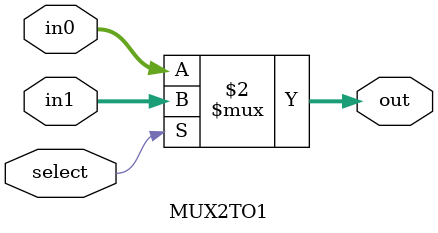
<source format=v>
`define BIT 8

module MUX4TO1 (out, in0, in1, in2, in3, select);
	output reg [`BIT-1:0] out;
	input [`BIT-1:0] in0, in1, in2, in3;
	input [1:0] select;
	
	always@(*) begin
		case(select)
			2'b00: out=in0;
			2'b01: out=in1;
			2'b10: out=in2;
			2'b11: out=in3;
		endcase
	end
endmodule

module MUX2TO1 (out, in0, in1, select);
	output reg [`BIT-1:0] out;
	input [`BIT-1:0] in0, in1;
	input select;
	always@(*) begin
		out<= select ? in1:in0;
	end
endmodule
</source>
